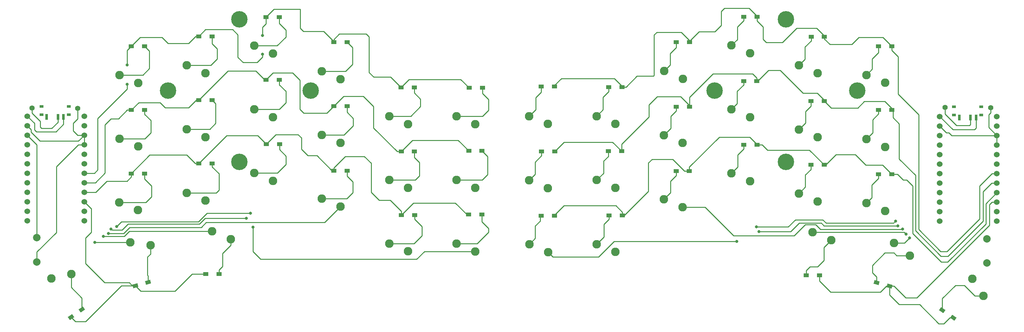
<source format=gbr>
%TF.GenerationSoftware,KiCad,Pcbnew,(6.0.5-0)*%
%TF.CreationDate,2022-06-22T19:04:36-07:00*%
%TF.ProjectId,Swept_3x6,53776570-745f-4337-9836-2e6b69636164,rev?*%
%TF.SameCoordinates,Original*%
%TF.FileFunction,Copper,L2,Bot*%
%TF.FilePolarity,Positive*%
%FSLAX46Y46*%
G04 Gerber Fmt 4.6, Leading zero omitted, Abs format (unit mm)*
G04 Created by KiCad (PCBNEW (6.0.5-0)) date 2022-06-22 19:04:36*
%MOMM*%
%LPD*%
G01*
G04 APERTURE LIST*
G04 Aperture macros list*
%AMRotRect*
0 Rectangle, with rotation*
0 The origin of the aperture is its center*
0 $1 length*
0 $2 width*
0 $3 Rotation angle, in degrees counterclockwise*
0 Add horizontal line*
21,1,$1,$2,0,0,$3*%
G04 Aperture macros list end*
%TA.AperFunction,ComponentPad*%
%ADD10C,1.524000*%
%TD*%
%TA.AperFunction,ComponentPad*%
%ADD11C,2.282000*%
%TD*%
%TA.AperFunction,ComponentPad*%
%ADD12C,2.000000*%
%TD*%
%TA.AperFunction,ComponentPad*%
%ADD13C,4.400000*%
%TD*%
%TA.AperFunction,ComponentPad*%
%ADD14C,1.397000*%
%TD*%
%TA.AperFunction,SMDPad,CuDef*%
%ADD15R,1.400000X1.000000*%
%TD*%
%TA.AperFunction,SMDPad,CuDef*%
%ADD16R,1.000000X0.800000*%
%TD*%
%TA.AperFunction,SMDPad,CuDef*%
%ADD17R,0.700000X1.500000*%
%TD*%
%TA.AperFunction,SMDPad,CuDef*%
%ADD18RotRect,1.400000X1.000000X145.000000*%
%TD*%
%TA.AperFunction,SMDPad,CuDef*%
%ADD19RotRect,1.400000X1.000000X35.000000*%
%TD*%
%TA.AperFunction,SMDPad,CuDef*%
%ADD20RotRect,1.400000X1.000000X165.000000*%
%TD*%
%TA.AperFunction,SMDPad,CuDef*%
%ADD21RotRect,1.400000X1.000000X15.000000*%
%TD*%
%TA.AperFunction,ViaPad*%
%ADD22C,0.800000*%
%TD*%
%TA.AperFunction,Conductor*%
%ADD23C,0.250000*%
%TD*%
G04 APERTURE END LIST*
D10*
%TO.P,U1,1,TX*%
%TO.N,unconnected-(U1-Pad1)*%
X277659800Y-49850000D03*
%TO.P,U1,2,RX*%
%TO.N,unconnected-(U1-Pad2)*%
X277659800Y-52390000D03*
%TO.P,U1,3,GND*%
%TO.N,gnd*%
X277659800Y-54930000D03*
%TO.P,U1,4,GND*%
X277659800Y-57470000D03*
%TO.P,U1,5,SDA*%
%TO.N,unconnected-(U1-Pad5)*%
X277659800Y-60010000D03*
%TO.P,U1,6,SCL*%
%TO.N,unconnected-(U1-Pad6)*%
X277659800Y-62550000D03*
%TO.P,U1,7,D4*%
%TO.N,row_0*%
X277659800Y-65090000D03*
%TO.P,U1,8,C6*%
%TO.N,row_1*%
X277659800Y-67630000D03*
%TO.P,U1,9,D7*%
%TO.N,row_2*%
X277659800Y-70170000D03*
%TO.P,U1,10,E6*%
%TO.N,row_3*%
X277659800Y-72710000D03*
%TO.P,U1,11,B4*%
%TO.N,unconnected-(U1-Pad11)*%
X277659800Y-75250000D03*
%TO.P,U1,12,B5*%
%TO.N,unconnected-(U1-Pad12)*%
X277659800Y-77790000D03*
%TO.P,U1,13,B6*%
%TO.N,unconnected-(U1-Pad13)*%
X262439800Y-77790000D03*
%TO.P,U1,14,B2*%
%TO.N,unconnected-(U1-Pad14)*%
X262439800Y-75250000D03*
%TO.P,U1,15,B3*%
%TO.N,col5*%
X262439800Y-72710000D03*
%TO.P,U1,16,B1*%
%TO.N,col4*%
X262439800Y-70170000D03*
%TO.P,U1,17,F7*%
%TO.N,col3*%
X262439800Y-67630000D03*
%TO.P,U1,18,F6*%
%TO.N,col2*%
X262439800Y-65090000D03*
%TO.P,U1,19,F5*%
%TO.N,col1*%
X262439800Y-62550000D03*
%TO.P,U1,20,F4*%
%TO.N,col0*%
X262439800Y-60010000D03*
%TO.P,U1,21,VCC*%
%TO.N,vcc*%
X262439800Y-57470000D03*
%TO.P,U1,22,RST*%
%TO.N,reset*%
X262439800Y-54930000D03*
%TO.P,U1,23,GND*%
%TO.N,gnd*%
X262439800Y-52390000D03*
%TO.P,U1,24,RAW*%
%TO.N,raw*%
X262439800Y-49850000D03*
%TD*%
D11*
%TO.P,SW16,1,1*%
%TO.N,col2*%
X193776600Y-74022800D03*
%TO.P,SW16,2,2*%
%TO.N,Net-(D14-Pad2)*%
X188776600Y-71922800D03*
%TD*%
%TO.P,SW20,1,1*%
%TO.N,col3*%
X228473000Y-80739400D03*
%TO.P,SW20,2,2*%
%TO.N,Net-(D18-Pad2)*%
X233473000Y-82839400D03*
%TD*%
%TO.P,SW15,1,1*%
%TO.N,col1*%
X175818800Y-86037000D03*
%TO.P,SW15,2,2*%
%TO.N,Net-(D13-Pad2)*%
X170818800Y-83937000D03*
%TD*%
%TO.P,SW21,1,1*%
%TO.N,col4*%
X250193032Y-83658238D03*
%TO.P,SW21,2,2*%
%TO.N,Net-(D19-Pad2)*%
X254479142Y-86980777D03*
%TD*%
%TO.P,SW17,1,1*%
%TO.N,col3*%
X211785200Y-67139400D03*
%TO.P,SW17,2,2*%
%TO.N,Net-(D15-Pad2)*%
X206785200Y-65039400D03*
%TD*%
%TO.P,SW18,1,1*%
%TO.N,col4*%
X229793800Y-72498800D03*
%TO.P,SW18,2,2*%
%TO.N,Net-(D16-Pad2)*%
X224793800Y-70398800D03*
%TD*%
%TO.P,SW4,1,1*%
%TO.N,col2*%
X193802000Y-39783600D03*
%TO.P,SW4,2,2*%
%TO.N,Net-(D2-Pad2)*%
X188802000Y-37683600D03*
%TD*%
%TO.P,SW3,1,1*%
%TO.N,col1*%
X175793400Y-51823200D03*
%TO.P,SW3,2,2*%
%TO.N,Net-(D1-Pad2)*%
X170793400Y-49723200D03*
%TD*%
%TO.P,SW9,1,1*%
%TO.N,col1*%
X175793400Y-68917400D03*
%TO.P,SW9,2,2*%
%TO.N,Net-(D7-Pad2)*%
X170793400Y-66817400D03*
%TD*%
%TO.P,SW14,1,1*%
%TO.N,col0*%
X157810200Y-86062400D03*
%TO.P,SW14,2,2*%
%TO.N,Net-(D12-Pad2)*%
X152810200Y-83962400D03*
%TD*%
%TO.P,SW12,1,1*%
%TO.N,col4*%
X229793800Y-55379200D03*
%TO.P,SW12,2,2*%
%TO.N,Net-(D10-Pad2)*%
X224793800Y-53279200D03*
%TD*%
%TO.P,SW11,1,1*%
%TO.N,col3*%
X211785200Y-50019800D03*
%TO.P,SW11,2,2*%
%TO.N,Net-(D9-Pad2)*%
X206785200Y-47919800D03*
%TD*%
%TO.P,SW8,1,1*%
%TO.N,col0*%
X157784800Y-68942800D03*
%TO.P,SW8,2,2*%
%TO.N,Net-(D6-Pad2)*%
X152784800Y-66842800D03*
%TD*%
%TO.P,SW6,1,1*%
%TO.N,col4*%
X229819200Y-38259600D03*
%TO.P,SW6,2,2*%
%TO.N,Net-(D4-Pad2)*%
X224819200Y-36159600D03*
%TD*%
%TO.P,SW5,1,1*%
%TO.N,col3*%
X211810600Y-32925600D03*
%TO.P,SW5,2,2*%
%TO.N,Net-(D3-Pad2)*%
X206810600Y-30825600D03*
%TD*%
%TO.P,SW2,1,1*%
%TO.N,col0*%
X157784800Y-51823200D03*
%TO.P,SW2,2,2*%
%TO.N,Net-(D0-Pad2)*%
X152784800Y-49723200D03*
%TD*%
D12*
%TO.P,RSW1,1,1*%
%TO.N,gnd*%
X275031200Y-82500400D03*
%TO.P,RSW1,2,2*%
%TO.N,reset*%
X275031200Y-89000400D03*
%TD*%
D11*
%TO.P,SW10,1,1*%
%TO.N,col2*%
X193776600Y-56903200D03*
%TO.P,SW10,2,2*%
%TO.N,Net-(D8-Pad2)*%
X188776600Y-54803200D03*
%TD*%
D13*
%TO.P,REF\u002A\u002A,1*%
%TO.N,N/C*%
X240352000Y-42936000D03*
X202252000Y-42936000D03*
X221302000Y-23886000D03*
X221302000Y-61986000D03*
%TD*%
D10*
%TO.P,U2,1,TX*%
%TO.N,unconnected-(U2-Pad1)*%
X33942000Y-49722800D03*
%TO.P,U2,2,RX*%
%TO.N,unconnected-(U2-Pad2)*%
X33942000Y-52262800D03*
%TO.P,U2,3,GND*%
%TO.N,gnd_r*%
X33942000Y-54802800D03*
%TO.P,U2,4,GND*%
X33942000Y-57342800D03*
%TO.P,U2,5,SDA*%
%TO.N,unconnected-(U2-Pad5)*%
X33942000Y-59882800D03*
%TO.P,U2,6,SCL*%
%TO.N,unconnected-(U2-Pad6)*%
X33942000Y-62422800D03*
%TO.P,U2,7,D4*%
%TO.N,row_0r*%
X33942000Y-64962800D03*
%TO.P,U2,8,C6*%
%TO.N,row_1r*%
X33942000Y-67502800D03*
%TO.P,U2,9,D7*%
%TO.N,row_2r*%
X33942000Y-70042800D03*
%TO.P,U2,10,E6*%
%TO.N,row_3r*%
X33942000Y-72582800D03*
%TO.P,U2,11,B4*%
%TO.N,unconnected-(U2-Pad11)*%
X33942000Y-75122800D03*
%TO.P,U2,12,B5*%
%TO.N,unconnected-(U2-Pad12)*%
X33942000Y-77662800D03*
%TO.P,U2,13,B6*%
%TO.N,unconnected-(U2-Pad13)*%
X18722000Y-77662800D03*
%TO.P,U2,14,B2*%
%TO.N,unconnected-(U2-Pad14)*%
X18722000Y-75122800D03*
%TO.P,U2,15,B3*%
%TO.N,col5r*%
X18722000Y-72582800D03*
%TO.P,U2,16,B1*%
%TO.N,col4r*%
X18722000Y-70042800D03*
%TO.P,U2,17,F7*%
%TO.N,col3r*%
X18722000Y-67502800D03*
%TO.P,U2,18,F6*%
%TO.N,col2r*%
X18722000Y-64962800D03*
%TO.P,U2,19,F5*%
%TO.N,col1r*%
X18722000Y-62422800D03*
%TO.P,U2,20,F4*%
%TO.N,col0r*%
X18722000Y-59882800D03*
%TO.P,U2,21,VCC*%
%TO.N,vcc_r*%
X18722000Y-57342800D03*
%TO.P,U2,22,RST*%
%TO.N,reset_r*%
X18722000Y-54802800D03*
%TO.P,U2,23,GND*%
%TO.N,gnd_r*%
X18722000Y-52262800D03*
%TO.P,U2,24,RAW*%
%TO.N,raw_r*%
X18722000Y-49722800D03*
%TD*%
D11*
%TO.P,SW17_r1,1,1*%
%TO.N,col3r*%
X84378800Y-67012400D03*
%TO.P,SW17_r1,2,2*%
%TO.N,Net-(SW17_r1-Pad2)*%
X79378800Y-64912400D03*
%TD*%
%TO.P,SW11_r1,1,1*%
%TO.N,col3r*%
X84353400Y-50019800D03*
%TO.P,SW11_r1,2,2*%
%TO.N,Net-(SW11_r1-Pad2)*%
X79353400Y-47919800D03*
%TD*%
%TO.P,SW15_r1,1,1*%
%TO.N,col1r*%
X120396000Y-85859200D03*
%TO.P,SW15_r1,2,2*%
%TO.N,Net-(Dr13-Pad2)*%
X115396000Y-83759200D03*
%TD*%
%TO.P,SW18_r1,1,1*%
%TO.N,col4r*%
X66344800Y-72321000D03*
%TO.P,SW18_r1,2,2*%
%TO.N,Net-(SW18_r1-Pad2)*%
X61344800Y-70221000D03*
%TD*%
%TO.P,SW6_r1,1,1*%
%TO.N,col4r*%
X66344800Y-38259600D03*
%TO.P,SW6_r1,2,2*%
%TO.N,Net-(Dr4-Pad2)*%
X61344800Y-36159600D03*
%TD*%
%TO.P,SW5_r1,1,1*%
%TO.N,col3r*%
X84378800Y-33001800D03*
%TO.P,SW5_r1,2,2*%
%TO.N,Net-(SW5_r1-Pad2)*%
X79378800Y-30901800D03*
%TD*%
%TO.P,SW2_r1,1,1*%
%TO.N,col0r*%
X138404600Y-51874000D03*
%TO.P,SW2_r1,2,2*%
%TO.N,Net-(Dr0-Pad2)*%
X133404600Y-49774000D03*
%TD*%
%TO.P,SW16_r1,1,1*%
%TO.N,col2r*%
X102412800Y-73895800D03*
%TO.P,SW16_r1,2,2*%
%TO.N,Net-(SW16_r1-Pad2)*%
X97412800Y-71795800D03*
%TD*%
%TO.P,SW4_r1,1,1*%
%TO.N,col2r*%
X102387400Y-39834400D03*
%TO.P,SW4_r1,2,2*%
%TO.N,Net-(Dr2-Pad2)*%
X97387400Y-37734400D03*
%TD*%
%TO.P,SW13_r1,1,1*%
%TO.N,col5r*%
X48336200Y-57843000D03*
%TO.P,SW13_r1,2,2*%
%TO.N,Net-(Dr11-Pad2)*%
X43336200Y-55743000D03*
%TD*%
%TO.P,SW12_r1,1,1*%
%TO.N,col4r*%
X66344800Y-55328400D03*
%TO.P,SW12_r1,2,2*%
%TO.N,Net-(Dr10-Pad2)*%
X61344800Y-53228400D03*
%TD*%
%TO.P,SW3_r1,1,1*%
%TO.N,col1r*%
X120396000Y-51874000D03*
%TO.P,SW3_r1,2,2*%
%TO.N,Net-(SW3_r1-Pad2)*%
X115396000Y-49774000D03*
%TD*%
%TO.P,SW8_r1,1,1*%
%TO.N,col0r*%
X138379200Y-68866600D03*
%TO.P,SW8_r1,2,2*%
%TO.N,Net-(SW8_r1-Pad2)*%
X133379200Y-66766600D03*
%TD*%
%TO.P,SW21_r1,1,1*%
%TO.N,col4r*%
X46250368Y-83455038D03*
%TO.P,SW21_r1,2,2*%
%TO.N,Net-(SW21_r1-Pad2)*%
X51623517Y-84189387D03*
%TD*%
%TO.P,SW9_r1,1,1*%
%TO.N,col1r*%
X120396000Y-68866600D03*
%TO.P,SW9_r1,2,2*%
%TO.N,Net-(SW9_r1-Pad2)*%
X115396000Y-66766600D03*
%TD*%
%TO.P,SW20_r1,1,1*%
%TO.N,col3r*%
X68072000Y-80510800D03*
%TO.P,SW20_r1,2,2*%
%TO.N,Net-(Dr18-Pad2)*%
X73072000Y-82610800D03*
%TD*%
%TO.P,SW7_r1,1,1*%
%TO.N,col5r*%
X48336200Y-40850400D03*
%TO.P,SW7_r1,2,2*%
%TO.N,Net-(Dr5-Pad2)*%
X43336200Y-38750400D03*
%TD*%
D13*
%TO.P,REF\u002A\u002A,1*%
%TO.N,N/C*%
X94407400Y-42878400D03*
X56307400Y-42878400D03*
X75357400Y-61928400D03*
X75357400Y-23828400D03*
%TD*%
D12*
%TO.P,RSW2,1,1*%
%TO.N,gnd_r*%
X21285200Y-88721000D03*
%TO.P,RSW2,2,2*%
%TO.N,reset_r*%
X21285200Y-82221000D03*
%TD*%
D11*
%TO.P,SW13,1,1*%
%TO.N,col5*%
X247827800Y-57944600D03*
%TO.P,SW13,2,2*%
%TO.N,Net-(D11-Pad2)*%
X242827800Y-55844600D03*
%TD*%
%TO.P,SW22,1,1*%
%TO.N,col5*%
X271150901Y-93211003D03*
%TO.P,SW22,2,2*%
%TO.N,Net-(D20-Pad2)*%
X274042151Y-97799104D03*
%TD*%
%TO.P,SW19,1,1*%
%TO.N,col5*%
X247827800Y-75064200D03*
%TO.P,SW19,2,2*%
%TO.N,Net-(D17-Pad2)*%
X242827800Y-72964200D03*
%TD*%
%TO.P,SW19_r1,1,1*%
%TO.N,col5r*%
X48310800Y-74861000D03*
%TO.P,SW19_r1,2,2*%
%TO.N,Net-(Dr17-Pad2)*%
X43310800Y-72761000D03*
%TD*%
D14*
%TO.P,+,1,1*%
%TO.N,BT+*%
X263855200Y-47396400D03*
%TD*%
D11*
%TO.P,SW10_r1,1,1*%
%TO.N,col2r*%
X102387400Y-56877800D03*
%TO.P,SW10_r1,2,2*%
%TO.N,Net-(SW10_r1-Pad2)*%
X97387400Y-54777800D03*
%TD*%
%TO.P,SW22_r1,1,1*%
%TO.N,col5r*%
X25200435Y-93078933D03*
%TO.P,SW22_r1,2,2*%
%TO.N,Net-(Dr20-Pad2)*%
X30500706Y-91931270D03*
%TD*%
D14*
%TO.P,-,1,1*%
%TO.N,gnd*%
X275996400Y-47447200D03*
%TD*%
%TO.P,+,1,1*%
%TO.N,BT+_r*%
X20040600Y-47574200D03*
%TD*%
D11*
%TO.P,SW14_r1,1,1*%
%TO.N,col0r*%
X138379200Y-85884600D03*
%TO.P,SW14_r1,2,2*%
%TO.N,Net-(Dr12-Pad2)*%
X133379200Y-83784600D03*
%TD*%
%TO.P,SW7,1,1*%
%TO.N,col5*%
X247827800Y-40825000D03*
%TO.P,SW7,2,2*%
%TO.N,Net-(D5-Pad2)*%
X242827800Y-38725000D03*
%TD*%
D14*
%TO.P,-,1,1*%
%TO.N,gnd_r*%
X32207200Y-47625000D03*
%TD*%
D15*
%TO.P,D7,1,K*%
%TO.N,row_1*%
X177441400Y-59105800D03*
%TO.P,D7,2,A*%
%TO.N,Net-(D7-Pad2)*%
X173891400Y-59105800D03*
%TD*%
%TO.P,D18,1,K*%
%TO.N,row_3*%
X230298800Y-92303600D03*
%TO.P,D18,2,A*%
%TO.N,Net-(D18-Pad2)*%
X226748800Y-92303600D03*
%TD*%
%TO.P,Dr16,1,K*%
%TO.N,row_2r*%
X64544400Y-62382400D03*
%TO.P,Dr16,2,A*%
%TO.N,Net-(SW18_r1-Pad2)*%
X68094400Y-62382400D03*
%TD*%
%TO.P,Dr6,1,K*%
%TO.N,row_1r*%
X136629600Y-59029600D03*
%TO.P,Dr6,2,A*%
%TO.N,Net-(SW8_r1-Pad2)*%
X140179600Y-59029600D03*
%TD*%
%TO.P,Dr15,1,K*%
%TO.N,row_2r*%
X82553000Y-57251600D03*
%TO.P,Dr15,2,A*%
%TO.N,Net-(SW17_r1-Pad2)*%
X86103000Y-57251600D03*
%TD*%
%TO.P,Dr3,1,K*%
%TO.N,row_0r*%
X82476800Y-23266400D03*
%TO.P,Dr3,2,A*%
%TO.N,Net-(SW5_r1-Pad2)*%
X86026800Y-23266400D03*
%TD*%
%TO.P,Dr18,1,K*%
%TO.N,row_3r*%
X66398600Y-91948000D03*
%TO.P,Dr18,2,A*%
%TO.N,Net-(Dr18-Pad2)*%
X69948600Y-91948000D03*
%TD*%
%TO.P,Dr9,1,K*%
%TO.N,row_1r*%
X82476800Y-40030400D03*
%TO.P,Dr9,2,A*%
%TO.N,Net-(SW11_r1-Pad2)*%
X86026800Y-40030400D03*
%TD*%
%TO.P,D11,1,K*%
%TO.N,row_1*%
X249628200Y-48107600D03*
%TO.P,D11,2,A*%
%TO.N,Net-(D11-Pad2)*%
X246078200Y-48107600D03*
%TD*%
%TO.P,D17,1,K*%
%TO.N,row_2*%
X249628200Y-65227200D03*
%TO.P,D17,2,A*%
%TO.N,Net-(D17-Pad2)*%
X246078200Y-65227200D03*
%TD*%
%TO.P,D15,1,K*%
%TO.N,row_2*%
X213661800Y-57378600D03*
%TO.P,D15,2,A*%
%TO.N,Net-(D15-Pad2)*%
X210111800Y-57378600D03*
%TD*%
%TO.P,D2,1,K*%
%TO.N,row_0*%
X195602400Y-29972000D03*
%TO.P,D2,2,A*%
%TO.N,Net-(D2-Pad2)*%
X192052400Y-29972000D03*
%TD*%
%TO.P,Dr4,1,K*%
%TO.N,row_0r*%
X64544400Y-28397200D03*
%TO.P,Dr4,2,A*%
%TO.N,Net-(Dr4-Pad2)*%
X68094400Y-28397200D03*
%TD*%
%TO.P,D13,1,K*%
%TO.N,row_2*%
X177670000Y-76301600D03*
%TO.P,D13,2,A*%
%TO.N,Net-(D13-Pad2)*%
X174120000Y-76301600D03*
%TD*%
%TO.P,Dr10,1,K*%
%TO.N,row_1r*%
X64544400Y-45440600D03*
%TO.P,Dr10,2,A*%
%TO.N,Net-(Dr10-Pad2)*%
X68094400Y-45440600D03*
%TD*%
D16*
%TO.P,SW_POWER1,*%
%TO.N,*%
X273525000Y-47228800D03*
X266225000Y-49438800D03*
X273525000Y-49438800D03*
X266225000Y-47228800D03*
D17*
%TO.P,SW_POWER1,1,A*%
%TO.N,unconnected-(SW_POWER1-Pad1)*%
X267625000Y-50088800D03*
%TO.P,SW_POWER1,2,B*%
%TO.N,BT+*%
X270625000Y-50088800D03*
%TO.P,SW_POWER1,3,C*%
%TO.N,raw*%
X272125000Y-50088800D03*
%TD*%
D15*
%TO.P,D6,1,K*%
%TO.N,row_1*%
X159610600Y-59131200D03*
%TO.P,D6,2,A*%
%TO.N,Net-(D6-Pad2)*%
X156060600Y-59131200D03*
%TD*%
%TO.P,D3,1,K*%
%TO.N,row_0*%
X213636400Y-23164800D03*
%TO.P,D3,2,A*%
%TO.N,Net-(D3-Pad2)*%
X210086400Y-23164800D03*
%TD*%
%TO.P,Dr11,1,K*%
%TO.N,row_1r*%
X46510400Y-48107600D03*
%TO.P,Dr11,2,A*%
%TO.N,Net-(Dr11-Pad2)*%
X50060400Y-48107600D03*
%TD*%
%TO.P,Dr2,1,K*%
%TO.N,row_0r*%
X100587000Y-29972000D03*
%TO.P,Dr2,2,A*%
%TO.N,Net-(Dr2-Pad2)*%
X104137000Y-29972000D03*
%TD*%
D18*
%TO.P,D20,1,K*%
%TO.N,row_3*%
X266020395Y-103583298D03*
%TO.P,D20,2,A*%
%TO.N,Net-(D20-Pad2)*%
X263112405Y-101547102D03*
%TD*%
D15*
%TO.P,D16,1,K*%
%TO.N,row_2*%
X231543400Y-62738000D03*
%TO.P,D16,2,A*%
%TO.N,Net-(D16-Pad2)*%
X227993400Y-62738000D03*
%TD*%
%TO.P,Dr0,1,K*%
%TO.N,row_0r*%
X136731200Y-42138600D03*
%TO.P,Dr0,2,A*%
%TO.N,Net-(Dr0-Pad2)*%
X140281200Y-42138600D03*
%TD*%
D19*
%TO.P,Dr20,1,K*%
%TO.N,row_3r*%
X30423005Y-103456298D03*
%TO.P,Dr20,2,A*%
%TO.N,Net-(Dr20-Pad2)*%
X33330995Y-101420102D03*
%TD*%
D15*
%TO.P,Dr7,1,K*%
%TO.N,row_1r*%
X118595600Y-59182000D03*
%TO.P,Dr7,2,A*%
%TO.N,Net-(SW9_r1-Pad2)*%
X122145600Y-59182000D03*
%TD*%
%TO.P,Dr5,1,K*%
%TO.N,row_0r*%
X46510400Y-31064200D03*
%TO.P,Dr5,2,A*%
%TO.N,Net-(Dr5-Pad2)*%
X50060400Y-31064200D03*
%TD*%
%TO.P,Dr12,1,K*%
%TO.N,row_2r*%
X136578800Y-76047600D03*
%TO.P,Dr12,2,A*%
%TO.N,Net-(Dr12-Pad2)*%
X140128800Y-76047600D03*
%TD*%
D20*
%TO.P,D19,1,K*%
%TO.N,row_3*%
X249008918Y-95150604D03*
%TO.P,D19,2,A*%
%TO.N,Net-(D19-Pad2)*%
X245579882Y-94231796D03*
%TD*%
D15*
%TO.P,Dr1,1,K*%
%TO.N,row_0r*%
X118519400Y-42087800D03*
%TO.P,Dr1,2,A*%
%TO.N,Net-(SW3_r1-Pad2)*%
X122069400Y-42087800D03*
%TD*%
D16*
%TO.P,SW_POWERR1,*%
%TO.N,*%
X22512000Y-47101800D03*
X29812000Y-47101800D03*
X22512000Y-49311800D03*
X29812000Y-49311800D03*
D17*
%TO.P,SW_POWERR1,1,A*%
%TO.N,unconnected-(SW_POWERR1-Pad1)*%
X23912000Y-49961800D03*
%TO.P,SW_POWERR1,2,B*%
%TO.N,BT+_r*%
X26912000Y-49961800D03*
%TO.P,SW_POWERR1,3,C*%
%TO.N,raw_r*%
X28412000Y-49961800D03*
%TD*%
D15*
%TO.P,Dr14,1,K*%
%TO.N,row_2r*%
X100587000Y-64287400D03*
%TO.P,Dr14,2,A*%
%TO.N,Net-(SW16_r1-Pad2)*%
X104137000Y-64287400D03*
%TD*%
%TO.P,D10,1,K*%
%TO.N,row_1*%
X231568800Y-45669200D03*
%TO.P,D10,2,A*%
%TO.N,Net-(D10-Pad2)*%
X228018800Y-45669200D03*
%TD*%
%TO.P,D9,1,K*%
%TO.N,row_1*%
X213585600Y-40335200D03*
%TO.P,D9,2,A*%
%TO.N,Net-(D9-Pad2)*%
X210035600Y-40335200D03*
%TD*%
%TO.P,Dr13,1,K*%
%TO.N,row_2r*%
X118646400Y-76174600D03*
%TO.P,Dr13,2,A*%
%TO.N,Net-(Dr13-Pad2)*%
X122196400Y-76174600D03*
%TD*%
%TO.P,D12,1,K*%
%TO.N,row_2*%
X159559800Y-76377800D03*
%TO.P,D12,2,A*%
%TO.N,Net-(D12-Pad2)*%
X156009800Y-76377800D03*
%TD*%
%TO.P,D4,1,K*%
%TO.N,row_0*%
X231619600Y-28549600D03*
%TO.P,D4,2,A*%
%TO.N,Net-(D4-Pad2)*%
X228069600Y-28549600D03*
%TD*%
%TO.P,D0,1,K*%
%TO.N,row_0*%
X159559800Y-41783000D03*
%TO.P,D0,2,A*%
%TO.N,Net-(D0-Pad2)*%
X156009800Y-41783000D03*
%TD*%
%TO.P,D14,1,K*%
%TO.N,row_2*%
X195551600Y-64414400D03*
%TO.P,D14,2,A*%
%TO.N,Net-(D14-Pad2)*%
X192001600Y-64414400D03*
%TD*%
%TO.P,Dr8,1,K*%
%TO.N,row_1r*%
X100587000Y-47040800D03*
%TO.P,Dr8,2,A*%
%TO.N,Net-(SW10_r1-Pad2)*%
X104137000Y-47040800D03*
%TD*%
D21*
%TO.P,Dr19,1,K*%
%TO.N,row_3r*%
X47586882Y-95049004D03*
%TO.P,Dr19,2,A*%
%TO.N,Net-(SW21_r1-Pad2)*%
X51015918Y-94130196D03*
%TD*%
D15*
%TO.P,D5,1,K*%
%TO.N,row_0*%
X249628200Y-31064200D03*
%TO.P,D5,2,A*%
%TO.N,Net-(D5-Pad2)*%
X246078200Y-31064200D03*
%TD*%
%TO.P,Dr17,1,K*%
%TO.N,row_2r*%
X46510400Y-65049400D03*
%TO.P,Dr17,2,A*%
%TO.N,Net-(Dr17-Pad2)*%
X50060400Y-65049400D03*
%TD*%
%TO.P,D1,1,K*%
%TO.N,row_0*%
X177593800Y-41960800D03*
%TO.P,D1,2,A*%
%TO.N,Net-(D1-Pad2)*%
X174043800Y-41960800D03*
%TD*%
%TO.P,D8,1,K*%
%TO.N,row_1*%
X195602400Y-47193200D03*
%TO.P,D8,2,A*%
%TO.N,Net-(D8-Pad2)*%
X192052400Y-47193200D03*
%TD*%
D22*
%TO.N,col0*%
X208178400Y-83185000D03*
X250596400Y-77749400D03*
X213436200Y-79349600D03*
%TO.N,col1*%
X251231400Y-79070200D03*
X214172800Y-80568800D03*
%TO.N,col2*%
X252526800Y-79933800D03*
%TO.N,col3*%
X253390400Y-81254600D03*
%TO.N,col4*%
X254381000Y-82296000D03*
%TO.N,row_0r*%
X81534000Y-33172400D03*
X81534000Y-28168600D03*
X45389800Y-36042600D03*
X45389800Y-41173400D03*
%TO.N,col0r*%
X79044800Y-79425800D03*
X78308200Y-75641200D03*
X42595800Y-79222600D03*
%TO.N,col1r*%
X77241400Y-77038200D03*
X41122600Y-79883000D03*
%TO.N,col2r*%
X40411400Y-81051400D03*
%TO.N,col3r*%
X39039800Y-81889600D03*
%TO.N,col4r*%
X36779200Y-83464400D03*
%TD*%
D23*
%TO.N,BT+*%
X270357600Y-52197000D02*
X270625000Y-51929600D01*
X270625000Y-51929600D02*
X270625000Y-50088800D01*
X263855200Y-49199800D02*
X266852400Y-52197000D01*
X263855200Y-47396400D02*
X263855200Y-49199800D01*
X266852400Y-52197000D02*
X270357600Y-52197000D01*
%TO.N,gnd*%
X275996400Y-47447200D02*
X275996400Y-48793400D01*
X275488400Y-49301400D02*
X275488400Y-52758600D01*
X275996400Y-48793400D02*
X275488400Y-49301400D01*
X265597600Y-54930000D02*
X277659800Y-54930000D01*
X262439800Y-52390000D02*
X264202600Y-54152800D01*
X264202600Y-54152800D02*
X264820400Y-54152800D01*
X277659800Y-54930000D02*
X277659800Y-57470000D01*
X275488400Y-52758600D02*
X277659800Y-54930000D01*
X264820400Y-54152800D02*
X265597600Y-54930000D01*
%TO.N,raw*%
X272135600Y-52933600D02*
X272125000Y-52923000D01*
X262439800Y-49850000D02*
X265929800Y-53340000D01*
X272125000Y-52923000D02*
X272125000Y-50088800D01*
X271729200Y-53340000D02*
X272135600Y-52933600D01*
X265929800Y-53340000D02*
X271729200Y-53340000D01*
%TO.N,BT+_r*%
X20040600Y-48945800D02*
X22199600Y-51104800D01*
X22199600Y-52679600D02*
X22529800Y-53009800D01*
X25247600Y-53009800D02*
X26912000Y-51345400D01*
X22529800Y-53009800D02*
X25247600Y-53009800D01*
X22199600Y-51104800D02*
X22199600Y-52679600D01*
X26912000Y-51345400D02*
X26912000Y-49961800D01*
X20040600Y-47574200D02*
X20040600Y-48945800D01*
%TO.N,reset_r*%
X21285200Y-57366000D02*
X18722000Y-54802800D01*
X21285200Y-82221000D02*
X21285200Y-57366000D01*
%TO.N,gnd_r*%
X32207200Y-47625000D02*
X32207200Y-50419000D01*
X21285200Y-86004400D02*
X26492200Y-80797400D01*
X26492200Y-80797400D02*
X26492200Y-63246000D01*
X32207200Y-54838600D02*
X32243000Y-54802800D01*
X30988000Y-51638200D02*
X30988000Y-53619400D01*
X26492200Y-63246000D02*
X32395400Y-57342800D01*
X33942000Y-54802800D02*
X33942000Y-57342800D01*
X19735800Y-53276600D02*
X19735800Y-54000400D01*
X32382200Y-56362600D02*
X33942000Y-54802800D01*
X32207200Y-50419000D02*
X30988000Y-51638200D01*
X30988000Y-53619400D02*
X32207200Y-54838600D01*
X22098000Y-56362600D02*
X32382200Y-56362600D01*
X21285200Y-88721000D02*
X21285200Y-86004400D01*
X18722000Y-52262800D02*
X19735800Y-53276600D01*
X32395400Y-57342800D02*
X33942000Y-57342800D01*
X19735800Y-54000400D02*
X22098000Y-56362600D01*
X32243000Y-54802800D02*
X33942000Y-54802800D01*
%TO.N,row_0*%
X161391600Y-39674800D02*
X175514000Y-39674800D01*
X215239600Y-29159200D02*
X216077800Y-29997400D01*
X195602400Y-29972000D02*
X195602400Y-29721000D01*
X186156600Y-38811200D02*
X186156600Y-28041600D01*
X213636400Y-23034800D02*
X213636400Y-23164800D01*
X186156600Y-28041600D02*
X186893200Y-27305000D01*
X185953400Y-39014400D02*
X186156600Y-38811200D01*
X216077800Y-29997400D02*
X220421200Y-29997400D01*
X262686800Y-85877400D02*
X264363200Y-85877400D01*
X273050000Y-68427600D02*
X276387600Y-65090000D01*
X159559800Y-41783000D02*
X159559800Y-41506600D01*
X256794000Y-49377600D02*
X256794000Y-79984600D01*
X249628200Y-32178800D02*
X251282200Y-33832800D01*
X195602400Y-29537200D02*
X195602400Y-29972000D01*
X233070400Y-30581600D02*
X238912400Y-30581600D01*
X215239600Y-25908000D02*
X215239600Y-29159200D01*
X229590600Y-26187400D02*
X231619600Y-28216400D01*
X159559800Y-41506600D02*
X161391600Y-39674800D01*
X204063600Y-25501600D02*
X204063600Y-21767800D01*
X177593800Y-41960800D02*
X178638200Y-41960800D01*
X204952600Y-20878800D02*
X211480400Y-20878800D01*
X211480400Y-20878800D02*
X213636400Y-23034800D01*
X251282200Y-33832800D02*
X251282200Y-43865800D01*
X231619600Y-29130800D02*
X233070400Y-30581600D01*
X181584600Y-39014400D02*
X185953400Y-39014400D01*
X240842800Y-28651200D02*
X247215200Y-28651200D01*
X195602400Y-29721000D02*
X198170800Y-27152600D01*
X264363200Y-85877400D02*
X273050000Y-77190600D01*
X220421200Y-29997400D02*
X224231200Y-26187400D01*
X193370200Y-27305000D02*
X195602400Y-29537200D01*
X177593800Y-41754600D02*
X177593800Y-41960800D01*
X251282200Y-43865800D02*
X256794000Y-49377600D01*
X213636400Y-23164800D02*
X213636400Y-24304800D01*
X178638200Y-41960800D02*
X181584600Y-39014400D01*
X276387600Y-65090000D02*
X277659800Y-65090000D01*
X247215200Y-28651200D02*
X249628200Y-31064200D01*
X249628200Y-31064200D02*
X249628200Y-32178800D01*
X198170800Y-27152600D02*
X202412600Y-27152600D01*
X224231200Y-26187400D02*
X229590600Y-26187400D01*
X231619600Y-28549600D02*
X231619600Y-29130800D01*
X204063600Y-21767800D02*
X204952600Y-20878800D01*
X186893200Y-27305000D02*
X193370200Y-27305000D01*
X238912400Y-30581600D02*
X240842800Y-28651200D01*
X273050000Y-77190600D02*
X273050000Y-68427600D01*
X202412600Y-27152600D02*
X204063600Y-25501600D01*
X175514000Y-39674800D02*
X177593800Y-41754600D01*
X256794000Y-79984600D02*
X262686800Y-85877400D01*
X231619600Y-28216400D02*
X231619600Y-28549600D01*
X213636400Y-24304800D02*
X215239600Y-25908000D01*
%TO.N,Net-(D0-Pad2)*%
X154508200Y-47999800D02*
X152784800Y-49723200D01*
X154508200Y-44805600D02*
X154508200Y-47999800D01*
X156009800Y-41783000D02*
X156009800Y-43304000D01*
X156009800Y-43304000D02*
X154508200Y-44805600D01*
%TO.N,Net-(D2-Pad2)*%
X192052400Y-31391400D02*
X190474600Y-32969200D01*
X192052400Y-29972000D02*
X192052400Y-31391400D01*
X190474600Y-32969200D02*
X190474600Y-36011000D01*
X190474600Y-36011000D02*
X188802000Y-37683600D01*
%TO.N,row_1*%
X213585600Y-40335200D02*
X213842600Y-40335200D01*
X159639000Y-59131200D02*
X162102800Y-56667400D01*
X212471000Y-38404800D02*
X213585600Y-39519400D01*
X195602400Y-44656200D02*
X201853800Y-38404800D01*
X231568800Y-45669200D02*
X233423000Y-47523400D01*
X184785000Y-49911000D02*
X184785000Y-46710600D01*
X162102800Y-56667400D02*
X175003000Y-56667400D01*
X264642600Y-87172800D02*
X274040600Y-77774800D01*
X201853800Y-38404800D02*
X212471000Y-38404800D01*
X216687400Y-37490400D02*
X219837000Y-37490400D01*
X195602400Y-46860000D02*
X195602400Y-47193200D01*
X229743000Y-43586400D02*
X231568800Y-45412200D01*
X213585600Y-39519400D02*
X213585600Y-40335200D01*
X159610600Y-59131200D02*
X159639000Y-59131200D01*
X186969400Y-44526200D02*
X193268600Y-44526200D01*
X255930400Y-80340200D02*
X262763000Y-87172800D01*
X233423000Y-47523400D02*
X240538000Y-47523400D01*
X249916821Y-48396221D02*
X249916821Y-50120421D01*
X255930400Y-65532000D02*
X255930400Y-80340200D01*
X249916821Y-50120421D02*
X251587000Y-51790600D01*
X247777000Y-45770800D02*
X249628200Y-47622000D01*
X251587000Y-51790600D02*
X251587000Y-61188600D01*
X249628200Y-48107600D02*
X249916821Y-48396221D01*
X274040600Y-77774800D02*
X274040600Y-69900800D01*
X177441400Y-57254600D02*
X184785000Y-49911000D01*
X231568800Y-45412200D02*
X231568800Y-45669200D01*
X195602400Y-47193200D02*
X195602400Y-44656200D01*
X219837000Y-37490400D02*
X225933000Y-43586400D01*
X274040600Y-69900800D02*
X276311400Y-67630000D01*
X225933000Y-43586400D02*
X229743000Y-43586400D01*
X242290600Y-45770800D02*
X247777000Y-45770800D01*
X240538000Y-47523400D02*
X242290600Y-45770800D01*
X184785000Y-46710600D02*
X186969400Y-44526200D01*
X249628200Y-47622000D02*
X249628200Y-48107600D01*
X175003000Y-56667400D02*
X177441400Y-59105800D01*
X213842600Y-40335200D02*
X216687400Y-37490400D01*
X262763000Y-87172800D02*
X264642600Y-87172800D01*
X276311400Y-67630000D02*
X277659800Y-67630000D01*
X177441400Y-59105800D02*
X177441400Y-57254600D01*
X251587000Y-61188600D02*
X255930400Y-65532000D01*
X193268600Y-44526200D02*
X195602400Y-46860000D01*
%TO.N,Net-(D6-Pad2)*%
X154330400Y-62026800D02*
X154330400Y-65297200D01*
X156060600Y-59131200D02*
X156060600Y-60296600D01*
X154330400Y-65297200D02*
X152784800Y-66842800D01*
X156060600Y-60296600D02*
X154330400Y-62026800D01*
%TO.N,Net-(D7-Pad2)*%
X172643800Y-64967000D02*
X170793400Y-66817400D01*
X173891400Y-60474400D02*
X172643800Y-61722000D01*
X172643800Y-61722000D02*
X172643800Y-64967000D01*
X173891400Y-59105800D02*
X173891400Y-60474400D01*
%TO.N,Net-(D8-Pad2)*%
X192052400Y-48282400D02*
X190601600Y-49733200D01*
X190601600Y-49733200D02*
X190601600Y-52978200D01*
X190601600Y-52978200D02*
X188776600Y-54803200D01*
X192052400Y-47193200D02*
X192052400Y-48282400D01*
%TO.N,row_2*%
X177670000Y-75384200D02*
X177670000Y-76301600D01*
X203581000Y-55321200D02*
X211709000Y-55321200D01*
X231978200Y-62738000D02*
X234721400Y-59994800D01*
X195551600Y-63350600D02*
X203581000Y-55321200D01*
X255193800Y-81076800D02*
X262813800Y-88696800D01*
X162077400Y-73634600D02*
X175920400Y-73634600D01*
X249628200Y-65227200D02*
X251123808Y-65227200D01*
X178130200Y-76301600D02*
X184581800Y-69850000D01*
X274726400Y-73103400D02*
X277659800Y-70170000D01*
X252673208Y-66776600D02*
X253593600Y-66776600D01*
X213661800Y-57378600D02*
X214960200Y-57378600D01*
X185572400Y-61239400D02*
X191084200Y-61239400D01*
X177670000Y-76301600D02*
X178130200Y-76301600D01*
X184581800Y-69850000D02*
X184581800Y-62230000D01*
X234721400Y-59994800D02*
X239903000Y-59994800D01*
X191084200Y-61239400D02*
X194259200Y-64414400D01*
X239903000Y-59994800D02*
X242697000Y-62788800D01*
X231543400Y-62738000D02*
X231978200Y-62738000D01*
X227631800Y-58826400D02*
X231543400Y-62738000D01*
X213661800Y-57274000D02*
X213661800Y-57378600D01*
X242697000Y-62788800D02*
X247189800Y-62788800D01*
X251123808Y-65227200D02*
X252673208Y-66776600D01*
X247189800Y-62788800D02*
X249628200Y-65227200D01*
X159559800Y-76377800D02*
X159559800Y-76152200D01*
X274726400Y-78511400D02*
X274726400Y-73103400D01*
X159559800Y-76152200D02*
X162077400Y-73634600D01*
X253593600Y-66776600D02*
X255193800Y-68376800D01*
X214960200Y-57378600D02*
X216408000Y-58826400D01*
X184581800Y-62230000D02*
X185572400Y-61239400D01*
X195551600Y-64414400D02*
X195551600Y-63350600D01*
X175920400Y-73634600D02*
X177670000Y-75384200D01*
X216408000Y-58826400D02*
X227631800Y-58826400D01*
X194259200Y-64414400D02*
X195551600Y-64414400D01*
X211709000Y-55321200D02*
X213661800Y-57274000D01*
X264541000Y-88696800D02*
X274726400Y-78511400D01*
X255193800Y-68376800D02*
X255193800Y-81076800D01*
X262813800Y-88696800D02*
X264541000Y-88696800D01*
%TO.N,Net-(D12-Pad2)*%
X155721179Y-76666421D02*
X155721179Y-77755621D01*
X154406600Y-82366000D02*
X152810200Y-83962400D01*
X156009800Y-76377800D02*
X155721179Y-76666421D01*
X154406600Y-79070200D02*
X154406600Y-82366000D01*
X155721179Y-77755621D02*
X154406600Y-79070200D01*
%TO.N,Net-(D13-Pad2)*%
X172720000Y-78638400D02*
X172720000Y-82035800D01*
X174120000Y-76301600D02*
X174120000Y-77238400D01*
X172720000Y-82035800D02*
X170818800Y-83937000D01*
X174120000Y-77238400D02*
X172720000Y-78638400D01*
%TO.N,Net-(D14-Pad2)*%
X192001600Y-64414400D02*
X192001600Y-65630600D01*
X190550800Y-67081400D02*
X190550800Y-70148600D01*
X192001600Y-65630600D02*
X190550800Y-67081400D01*
X190550800Y-70148600D02*
X188776600Y-71922800D01*
%TO.N,Net-(D15-Pad2)*%
X208483200Y-63341400D02*
X206785200Y-65039400D01*
X210111800Y-57378600D02*
X210111800Y-58467800D01*
X208483200Y-60096400D02*
X208483200Y-63341400D01*
X210111800Y-58467800D02*
X208483200Y-60096400D01*
%TO.N,row_3*%
X276387600Y-72710000D02*
X277659800Y-72710000D01*
X265072302Y-103583298D02*
X266020395Y-103583298D01*
X230298800Y-93773800D02*
X233248200Y-96723200D01*
X250243004Y-95150604D02*
X253365000Y-98272600D01*
X256286000Y-98272600D02*
X275691600Y-78867000D01*
X262178800Y-105181400D02*
X263474200Y-105181400D01*
X275691600Y-78867000D02*
X275691600Y-73406000D01*
X253365000Y-98272600D02*
X256286000Y-98272600D01*
X251561600Y-100076000D02*
X257073400Y-100076000D01*
X233248200Y-96723200D02*
X246583200Y-96723200D01*
X246583200Y-96723200D02*
X248155796Y-95150604D01*
X275691600Y-73406000D02*
X276387600Y-72710000D01*
X249008918Y-95150604D02*
X249008918Y-97523318D01*
X257073400Y-100076000D02*
X262178800Y-105181400D01*
X249008918Y-97523318D02*
X251561600Y-100076000D01*
X249008918Y-95150604D02*
X250243004Y-95150604D01*
X263474200Y-105181400D02*
X265072302Y-103583298D01*
X248155796Y-95150604D02*
X249008918Y-95150604D01*
X230298800Y-92303600D02*
X230298800Y-93773800D01*
%TO.N,Net-(D19-Pad2)*%
X247751600Y-86283800D02*
X250215400Y-86283800D01*
X244424200Y-91567000D02*
X244424200Y-89611200D01*
X244424200Y-89611200D02*
X247751600Y-86283800D01*
X245579882Y-92722682D02*
X244424200Y-91567000D01*
X245579882Y-94231796D02*
X245579882Y-92722682D01*
X250912377Y-86980777D02*
X254479142Y-86980777D01*
X250215400Y-86283800D02*
X250912377Y-86980777D01*
%TO.N,Net-(D20-Pad2)*%
X263112405Y-101547102D02*
X263112405Y-98456595D01*
X271814504Y-97799104D02*
X274042151Y-97799104D01*
X268986000Y-94970600D02*
X271814504Y-97799104D01*
X266598400Y-94970600D02*
X268986000Y-94970600D01*
X263112405Y-98456595D02*
X266598400Y-94970600D01*
%TO.N,col0*%
X157810200Y-86062400D02*
X159073000Y-87325200D01*
X221919800Y-79349600D02*
X223850200Y-77419200D01*
X159073000Y-87325200D02*
X170916600Y-87325200D01*
X213436200Y-79349600D02*
X221919800Y-79349600D01*
X232105200Y-78333600D02*
X250012200Y-78333600D01*
X250012200Y-78333600D02*
X250596400Y-77749400D01*
X171323000Y-87325200D02*
X175463200Y-83185000D01*
X170916600Y-87325200D02*
X171323000Y-87325200D01*
X223850200Y-77419200D02*
X231190800Y-77419200D01*
X231190800Y-77419200D02*
X232105200Y-78333600D01*
X175463200Y-83185000D02*
X208178400Y-83185000D01*
%TO.N,col1*%
X222631000Y-80568800D02*
X222681800Y-80518000D01*
X224934720Y-78265080D02*
X230715880Y-78265080D01*
X230715880Y-78265080D02*
X230784400Y-78333600D01*
X214172800Y-80568800D02*
X222631000Y-80568800D01*
X231521000Y-79070200D02*
X251231400Y-79070200D01*
X222681800Y-80518000D02*
X224934720Y-78265080D01*
X230784400Y-78333600D02*
X231521000Y-79070200D01*
%TO.N,col2*%
X199727400Y-74022800D02*
X207365600Y-81661000D01*
X252450600Y-80010000D02*
X252526800Y-79933800D01*
X230581200Y-80010000D02*
X252450600Y-80010000D01*
X229285800Y-78714600D02*
X230581200Y-80010000D01*
X226466400Y-78714600D02*
X229285800Y-78714600D01*
X193776600Y-74022800D02*
X199727400Y-74022800D01*
X223520000Y-81661000D02*
X226466400Y-78714600D01*
X207365600Y-81661000D02*
X223520000Y-81661000D01*
%TO.N,col3*%
X228473000Y-80739400D02*
X252875200Y-80739400D01*
X252875200Y-80739400D02*
X253390400Y-81254600D01*
%TO.N,col4*%
X250193032Y-83658238D02*
X253018762Y-83658238D01*
X253018762Y-83658238D02*
X254381000Y-82296000D01*
%TO.N,Net-(D1-Pad2)*%
X172516800Y-47999800D02*
X170793400Y-49723200D01*
X174043800Y-41960800D02*
X174043800Y-43151600D01*
X174043800Y-43151600D02*
X172516800Y-44678600D01*
X172516800Y-44678600D02*
X172516800Y-47999800D01*
%TO.N,Net-(D3-Pad2)*%
X210086400Y-23164800D02*
X210086400Y-24203200D01*
X208381600Y-29254600D02*
X206810600Y-30825600D01*
X208381600Y-25908000D02*
X208381600Y-29254600D01*
X210086400Y-24203200D02*
X208381600Y-25908000D01*
%TO.N,Net-(D4-Pad2)*%
X226441000Y-34537800D02*
X224819200Y-36159600D01*
X228069600Y-29613400D02*
X226441000Y-31242000D01*
X226441000Y-31242000D02*
X226441000Y-34537800D01*
X228069600Y-28549600D02*
X228069600Y-29613400D01*
%TO.N,Net-(D5-Pad2)*%
X246078200Y-32737600D02*
X244373400Y-34442400D01*
X244373400Y-37179400D02*
X242827800Y-38725000D01*
X246078200Y-31064200D02*
X246078200Y-32737600D01*
X244373400Y-34442400D02*
X244373400Y-37179400D01*
%TO.N,Net-(D9-Pad2)*%
X210035600Y-41348200D02*
X208330800Y-43053000D01*
X210035600Y-40335200D02*
X210035600Y-41348200D01*
X208330800Y-46374200D02*
X206785200Y-47919800D01*
X208330800Y-43053000D02*
X208330800Y-46374200D01*
%TO.N,Net-(D10-Pad2)*%
X226568000Y-51505000D02*
X224793800Y-53279200D01*
X226568000Y-48463200D02*
X226568000Y-51505000D01*
X228018800Y-47012400D02*
X226568000Y-48463200D01*
X228018800Y-45669200D02*
X228018800Y-47012400D01*
%TO.N,Net-(D11-Pad2)*%
X246078200Y-49120600D02*
X244500400Y-50698400D01*
X246078200Y-48107600D02*
X246078200Y-49120600D01*
X244500400Y-54172000D02*
X242827800Y-55844600D01*
X244500400Y-50698400D02*
X244500400Y-54172000D01*
%TO.N,Net-(D16-Pad2)*%
X226517200Y-65430400D02*
X226517200Y-68675400D01*
X226517200Y-68675400D02*
X224793800Y-70398800D01*
X227993400Y-63954200D02*
X226517200Y-65430400D01*
X227993400Y-62738000D02*
X227993400Y-63954200D01*
%TO.N,Net-(D17-Pad2)*%
X244246400Y-68148200D02*
X244246400Y-71545600D01*
X244246400Y-71545600D02*
X242827800Y-72964200D01*
X246078200Y-66316400D02*
X244246400Y-68148200D01*
X246078200Y-65227200D02*
X246078200Y-66316400D01*
%TO.N,Net-(D18-Pad2)*%
X227787200Y-89992200D02*
X229768400Y-89992200D01*
X231470200Y-84842200D02*
X233473000Y-82839400D01*
X229768400Y-89992200D02*
X231470200Y-88290400D01*
X226748800Y-91030600D02*
X227787200Y-89992200D01*
X231470200Y-88290400D02*
X231470200Y-84842200D01*
X226748800Y-92303600D02*
X226748800Y-91030600D01*
%TO.N,raw_r*%
X20650200Y-51651000D02*
X20650200Y-53365400D01*
X18722000Y-49722800D02*
X20650200Y-51651000D01*
X21183600Y-53898800D02*
X26416000Y-53898800D01*
X20650200Y-53365400D02*
X21183600Y-53898800D01*
X26416000Y-53898800D02*
X28412000Y-51902800D01*
X28412000Y-51902800D02*
X28412000Y-49961800D01*
%TO.N,row_0r*%
X136731200Y-42138600D02*
X134496000Y-39903400D01*
X45389800Y-41173400D02*
X45389800Y-42494200D01*
X118519400Y-42087800D02*
X118519400Y-42065400D01*
X45389800Y-32184800D02*
X45389800Y-36042600D01*
X76352400Y-35407600D02*
X74955400Y-34010600D01*
X91592400Y-26187400D02*
X91592400Y-21107400D01*
X80086200Y-35407600D02*
X76352400Y-35407600D01*
X84635800Y-21107400D02*
X82476800Y-23266400D01*
X100587000Y-29822600D02*
X97866200Y-27101800D01*
X81534000Y-26009600D02*
X81534000Y-28168600D01*
X63703200Y-28397200D02*
X61798200Y-30302200D01*
X37566600Y-64084200D02*
X36688000Y-64962800D01*
X74955400Y-28041600D02*
X74980800Y-28016200D01*
X81534000Y-33959800D02*
X80086200Y-35407600D01*
X64544400Y-28397200D02*
X63703200Y-28397200D01*
X54711600Y-28702000D02*
X48872600Y-28702000D01*
X118519400Y-42059400D02*
X118519400Y-42087800D01*
X115747800Y-39293800D02*
X111277400Y-39293800D01*
X111277400Y-39293800D02*
X110032800Y-38049200D01*
X102082600Y-27787600D02*
X100587000Y-29283200D01*
X73558400Y-26593800D02*
X66347800Y-26593800D01*
X118519400Y-42065400D02*
X115747800Y-39293800D01*
X100587000Y-29972000D02*
X100587000Y-29822600D01*
X91592400Y-21107400D02*
X84635800Y-21107400D01*
X100587000Y-29283200D02*
X100587000Y-29972000D01*
X37566600Y-50317400D02*
X37566600Y-64084200D01*
X45389800Y-42494200D02*
X37566600Y-50317400D01*
X56311800Y-30302200D02*
X54711600Y-28702000D01*
X97866200Y-27101800D02*
X92506800Y-27101800D01*
X82476800Y-25066800D02*
X81534000Y-26009600D01*
X120675400Y-39903400D02*
X118519400Y-42059400D01*
X92506800Y-27101800D02*
X91592400Y-26187400D01*
X134496000Y-39903400D02*
X120675400Y-39903400D01*
X74955400Y-34010600D02*
X74955400Y-28041600D01*
X82476800Y-23266400D02*
X82476800Y-25066800D01*
X81534000Y-33172400D02*
X81534000Y-33959800D01*
X61798200Y-30302200D02*
X56311800Y-30302200D01*
X110032800Y-38049200D02*
X110032800Y-28549600D01*
X48872600Y-28702000D02*
X46510400Y-31064200D01*
X74980800Y-28016200D02*
X73558400Y-26593800D01*
X109270800Y-27787600D02*
X102082600Y-27787600D01*
X110032800Y-28549600D02*
X109270800Y-27787600D01*
X36688000Y-64962800D02*
X33942000Y-64962800D01*
X66347800Y-26593800D02*
X64544400Y-28397200D01*
X46510400Y-31064200D02*
X45389800Y-32184800D01*
%TO.N,Net-(Dr0-Pad2)*%
X141909800Y-45262800D02*
X141909800Y-48158400D01*
X140294200Y-49774000D02*
X133404600Y-49774000D01*
X140281200Y-42138600D02*
X140281200Y-43634200D01*
X140281200Y-43634200D02*
X141909800Y-45262800D01*
X141909800Y-48158400D02*
X140294200Y-49774000D01*
%TO.N,Net-(SW3_r1-Pad2)*%
X123748800Y-47167800D02*
X121142600Y-49774000D01*
X121142600Y-49774000D02*
X115396000Y-49774000D01*
X122069400Y-43481800D02*
X123748800Y-45161200D01*
X122069400Y-42087800D02*
X122069400Y-43481800D01*
X123748800Y-45161200D02*
X123748800Y-47167800D01*
%TO.N,Net-(Dr2-Pad2)*%
X103743600Y-37734400D02*
X97387400Y-37734400D01*
X105562400Y-35915600D02*
X103743600Y-37734400D01*
X105562400Y-31397400D02*
X105562400Y-35915600D01*
X104137000Y-29972000D02*
X105562400Y-31397400D01*
%TO.N,Net-(SW5_r1-Pad2)*%
X86026800Y-24965200D02*
X87807800Y-26746200D01*
X87807800Y-28575000D02*
X85481000Y-30901800D01*
X86026800Y-23266400D02*
X86026800Y-24965200D01*
X87807800Y-26746200D02*
X87807800Y-28575000D01*
X85481000Y-30901800D02*
X79378800Y-30901800D01*
%TO.N,Net-(Dr4-Pad2)*%
X68094400Y-28397200D02*
X68094400Y-30400800D01*
X69418200Y-34467800D02*
X67726400Y-36159600D01*
X69418200Y-31724600D02*
X69418200Y-34467800D01*
X68094400Y-30400800D02*
X69418200Y-31724600D01*
X67726400Y-36159600D02*
X61344800Y-36159600D01*
%TO.N,Net-(Dr5-Pad2)*%
X49590800Y-38750400D02*
X43336200Y-38750400D01*
X51333400Y-32337200D02*
X51333400Y-37007800D01*
X51333400Y-37007800D02*
X49590800Y-38750400D01*
X50060400Y-31064200D02*
X51333400Y-32337200D01*
%TO.N,row_1r*%
X108483400Y-44399200D02*
X103228600Y-44399200D01*
X91567000Y-40132000D02*
X89560400Y-38125400D01*
X89560400Y-38125400D02*
X84381800Y-38125400D01*
X41097200Y-50419000D02*
X39471600Y-52044600D01*
X39471600Y-52044600D02*
X39471600Y-64922400D01*
X103228600Y-44399200D02*
X100587000Y-47040800D01*
X136629600Y-59029600D02*
X133759400Y-56159400D01*
X43103800Y-50419000D02*
X41097200Y-50419000D01*
X39471600Y-64922400D02*
X36891200Y-67502800D01*
X82476800Y-40030400D02*
X82118200Y-40030400D01*
X46510400Y-48107600D02*
X45415200Y-48107600D01*
X82118200Y-40030400D02*
X79781400Y-37693600D01*
X79781400Y-37693600D02*
X72291400Y-37693600D01*
X54178200Y-46101000D02*
X48517000Y-46101000D01*
X36891200Y-67502800D02*
X33942000Y-67502800D01*
X118595600Y-59182000D02*
X117525800Y-59182000D01*
X72291400Y-37693600D02*
X64544400Y-45440600D01*
X111226600Y-47142400D02*
X108483400Y-44399200D01*
X48517000Y-46101000D02*
X46510400Y-48107600D01*
X55549800Y-47472600D02*
X54178200Y-46101000D01*
X91567000Y-47929800D02*
X91567000Y-40132000D01*
X117525800Y-59182000D02*
X111226600Y-52882800D01*
X111226600Y-52882800D02*
X111226600Y-47142400D01*
X98707400Y-48920400D02*
X92557600Y-48920400D01*
X92557600Y-48920400D02*
X91567000Y-47929800D01*
X100587000Y-47040800D02*
X98707400Y-48920400D01*
X133759400Y-56159400D02*
X121618200Y-56159400D01*
X64544400Y-45440600D02*
X63830200Y-45440600D01*
X63830200Y-45440600D02*
X61798200Y-47472600D01*
X84381800Y-38125400D02*
X82476800Y-40030400D01*
X45415200Y-48107600D02*
X43103800Y-50419000D01*
X61798200Y-47472600D02*
X55549800Y-47472600D01*
X121618200Y-56159400D02*
X118595600Y-59182000D01*
%TO.N,Net-(SW8_r1-Pad2)*%
X141681200Y-65328800D02*
X140243400Y-66766600D01*
X140179600Y-59029600D02*
X141681200Y-60531200D01*
X141681200Y-60531200D02*
X141681200Y-65328800D01*
X140243400Y-66766600D02*
X133379200Y-66766600D01*
%TO.N,Net-(SW9_r1-Pad2)*%
X123494800Y-62103000D02*
X123494800Y-65659000D01*
X123494800Y-65659000D02*
X122377200Y-66776600D01*
X122145600Y-59182000D02*
X122145600Y-60753800D01*
X122145600Y-60753800D02*
X123494800Y-62103000D01*
X122377200Y-66776600D02*
X122367200Y-66766600D01*
X122367200Y-66766600D02*
X115396000Y-66766600D01*
%TO.N,Net-(SW10_r1-Pad2)*%
X103311800Y-54777800D02*
X97387400Y-54777800D01*
X105791000Y-50317400D02*
X105791000Y-52298600D01*
X104137000Y-47040800D02*
X104137000Y-48663400D01*
X104137000Y-48663400D02*
X105791000Y-50317400D01*
X105791000Y-52298600D02*
X103311800Y-54777800D01*
%TO.N,Net-(SW11_r1-Pad2)*%
X87782400Y-46151800D02*
X86014400Y-47919800D01*
X86026800Y-40030400D02*
X86026800Y-41348200D01*
X87782400Y-43103800D02*
X87782400Y-46151800D01*
X86014400Y-47919800D02*
X79353400Y-47919800D01*
X86026800Y-41348200D02*
X87782400Y-43103800D01*
%TO.N,Net-(Dr10-Pad2)*%
X67472400Y-53228400D02*
X61344800Y-53228400D01*
X68094400Y-45440600D02*
X69037200Y-46383400D01*
X69037200Y-46383400D02*
X69037200Y-51663600D01*
X69037200Y-51663600D02*
X67472400Y-53228400D01*
%TO.N,Net-(Dr11-Pad2)*%
X50060400Y-48107600D02*
X50060400Y-49247600D01*
X51714400Y-54152800D02*
X50124200Y-55743000D01*
X50124200Y-55743000D02*
X43336200Y-55743000D01*
X51714400Y-50901600D02*
X51714400Y-54152800D01*
X50060400Y-49247600D02*
X51714400Y-50901600D01*
%TO.N,row_2r*%
X133045200Y-72948800D02*
X121872200Y-72948800D01*
X100587000Y-63547800D02*
X100587000Y-64287400D01*
X46510400Y-65049400D02*
X46510400Y-65960800D01*
X85143800Y-54660800D02*
X82553000Y-57251600D01*
X91059000Y-54660800D02*
X85143800Y-54660800D01*
X93649800Y-60248800D02*
X91948000Y-58547000D01*
X136144000Y-76047600D02*
X133045200Y-72948800D01*
X82553000Y-57251600D02*
X80241600Y-54940200D01*
X121872200Y-72948800D02*
X118646400Y-76174600D01*
X110566200Y-70078600D02*
X110566200Y-62280800D01*
X51438000Y-60121800D02*
X46510400Y-65049400D01*
X37043600Y-70042800D02*
X33942000Y-70042800D01*
X112674400Y-72186800D02*
X110566200Y-70078600D01*
X45364400Y-67106800D02*
X39979600Y-67106800D01*
X100587000Y-64287400D02*
X100126800Y-64287400D01*
X118646400Y-76174600D02*
X118646400Y-75161600D01*
X64544400Y-62382400D02*
X63601600Y-62382400D01*
X91948000Y-55549800D02*
X91059000Y-54660800D01*
X63601600Y-62382400D02*
X61341000Y-60121800D01*
X91948000Y-58547000D02*
X91948000Y-55549800D01*
X61341000Y-60121800D02*
X51438000Y-60121800D01*
X100126800Y-64287400D02*
X96088200Y-60248800D01*
X96088200Y-60248800D02*
X93649800Y-60248800D01*
X103657400Y-60477400D02*
X100587000Y-63547800D01*
X115671600Y-72186800D02*
X112674400Y-72186800D01*
X136578800Y-76047600D02*
X136144000Y-76047600D01*
X108762800Y-60477400D02*
X103657400Y-60477400D01*
X71986600Y-54940200D02*
X64544400Y-62382400D01*
X39979600Y-67106800D02*
X37043600Y-70042800D01*
X110566200Y-62280800D02*
X108762800Y-60477400D01*
X80241600Y-54940200D02*
X71986600Y-54940200D01*
X118646400Y-75161600D02*
X115671600Y-72186800D01*
X46510400Y-65960800D02*
X45364400Y-67106800D01*
%TO.N,Net-(Dr12-Pad2)*%
X140128800Y-77924200D02*
X141960600Y-79756000D01*
X140128800Y-76047600D02*
X140128800Y-77924200D01*
X141960600Y-80721200D02*
X138897200Y-83784600D01*
X141960600Y-79756000D02*
X141960600Y-80721200D01*
X138897200Y-83784600D02*
X133379200Y-83784600D01*
%TO.N,Net-(Dr13-Pad2)*%
X124104400Y-81686400D02*
X122031600Y-83759200D01*
X122196400Y-77289200D02*
X124104400Y-79197200D01*
X124104400Y-79197200D02*
X124104400Y-81686400D01*
X122031600Y-83759200D02*
X115396000Y-83759200D01*
X122196400Y-76174600D02*
X122196400Y-77289200D01*
%TO.N,Net-(SW16_r1-Pad2)*%
X105689400Y-70154800D02*
X104048400Y-71795800D01*
X104137000Y-64287400D02*
X104137000Y-65732200D01*
X104137000Y-65732200D02*
X105689400Y-67284600D01*
X104048400Y-71795800D02*
X97412800Y-71795800D01*
X105689400Y-67284600D02*
X105689400Y-70154800D01*
%TO.N,Net-(SW17_r1-Pad2)*%
X87833200Y-60401200D02*
X87833200Y-62636400D01*
X86103000Y-58671000D02*
X87833200Y-60401200D01*
X86103000Y-57251600D02*
X86103000Y-58671000D01*
X87833200Y-62636400D02*
X85557200Y-64912400D01*
X85557200Y-64912400D02*
X79378800Y-64912400D01*
%TO.N,Net-(SW18_r1-Pad2)*%
X69926200Y-65100200D02*
X69926200Y-69494400D01*
X68094400Y-62382400D02*
X68094400Y-63268400D01*
X68094400Y-63268400D02*
X69926200Y-65100200D01*
X69199600Y-70221000D02*
X61344800Y-70221000D01*
X69926200Y-69494400D02*
X69199600Y-70221000D01*
%TO.N,Net-(Dr17-Pad2)*%
X50060400Y-66545000D02*
X51892200Y-68376800D01*
X51892200Y-68376800D02*
X51892200Y-71272400D01*
X51892200Y-71272400D02*
X50403600Y-72761000D01*
X50403600Y-72761000D02*
X43310800Y-72761000D01*
X50060400Y-65049400D02*
X50060400Y-66545000D01*
%TO.N,row_3r*%
X34290000Y-89154000D02*
X39370000Y-94234000D01*
X33942000Y-72582800D02*
X35781200Y-74422000D01*
X34290000Y-82296000D02*
X34290000Y-89154000D01*
X31614707Y-104648000D02*
X30423005Y-103456298D01*
X35781200Y-74422000D02*
X35814000Y-74422000D01*
X35814000Y-80772000D02*
X34290000Y-82296000D01*
X46789004Y-95049004D02*
X47586882Y-95049004D01*
X43888996Y-95049004D02*
X34290000Y-104648000D01*
X62738000Y-91948000D02*
X58166000Y-96520000D01*
X49022000Y-96484122D02*
X47586882Y-95049004D01*
X35814000Y-74422000D02*
X35814000Y-80772000D01*
X45974000Y-94234000D02*
X46789004Y-95049004D01*
X49022000Y-96520000D02*
X49022000Y-96484122D01*
X66398600Y-91948000D02*
X62738000Y-91948000D01*
X34290000Y-104648000D02*
X31614707Y-104648000D01*
X58166000Y-96520000D02*
X49022000Y-96520000D01*
X47586882Y-95049004D02*
X43888996Y-95049004D01*
X39370000Y-94234000D02*
X45974000Y-94234000D01*
%TO.N,Net-(Dr18-Pad2)*%
X73072000Y-82610800D02*
X73072000Y-84224417D01*
X70866000Y-86430417D02*
X70866000Y-89916000D01*
X73072000Y-84224417D02*
X70866000Y-86430417D01*
X70866000Y-89916000D02*
X69948600Y-90833400D01*
X69948600Y-90833400D02*
X69948600Y-91948000D01*
%TO.N,Net-(SW21_r1-Pad2)*%
X51623517Y-86552483D02*
X50800000Y-87376000D01*
X50800000Y-92202000D02*
X51015918Y-92417918D01*
X50800000Y-87376000D02*
X50800000Y-92202000D01*
X51015918Y-92417918D02*
X51015918Y-94130196D01*
X51623517Y-84189387D02*
X51623517Y-86552483D01*
%TO.N,Net-(Dr20-Pad2)*%
X33330995Y-98354995D02*
X33330995Y-101420102D01*
X30500706Y-91931270D02*
X30500706Y-95524706D01*
X30500706Y-95524706D02*
X33330995Y-98354995D01*
%TO.N,col0r*%
X124808400Y-85884600D02*
X122732800Y-87960200D01*
X81051400Y-87960200D02*
X79044800Y-85953600D01*
X138379200Y-85884600D02*
X124808400Y-85884600D01*
X79044800Y-85953600D02*
X79044800Y-79425800D01*
X64439800Y-77978000D02*
X43840400Y-77978000D01*
X78308200Y-75641200D02*
X66776600Y-75641200D01*
X43840400Y-77978000D02*
X42595800Y-79222600D01*
X122732800Y-87960200D02*
X81051400Y-87960200D01*
X66776600Y-75641200D02*
X64439800Y-77978000D01*
%TO.N,col1r*%
X66243200Y-77038200D02*
X64693800Y-78587600D01*
X41402000Y-80162400D02*
X41122600Y-79883000D01*
X77241400Y-77038200D02*
X66243200Y-77038200D01*
X64693800Y-78587600D02*
X45618400Y-78587600D01*
X44043600Y-80162400D02*
X41402000Y-80162400D01*
X45618400Y-78587600D02*
X44043600Y-80162400D01*
%TO.N,col2r*%
X66522600Y-78130400D02*
X65354200Y-79298800D01*
X44475400Y-81051400D02*
X40411400Y-81051400D01*
X102412800Y-73895800D02*
X98178200Y-78130400D01*
X44526200Y-81000600D02*
X44475400Y-81051400D01*
X46050200Y-79476600D02*
X44526200Y-81000600D01*
X65354200Y-79298800D02*
X65176400Y-79476600D01*
X46634400Y-79476600D02*
X46050200Y-79476600D01*
X98178200Y-78130400D02*
X97332800Y-78130400D01*
X97332800Y-78130400D02*
X66522600Y-78130400D01*
X65176400Y-79476600D02*
X46634400Y-79476600D01*
%TO.N,col3r*%
X44627800Y-81889600D02*
X46006600Y-80510800D01*
X39039800Y-81889600D02*
X44627800Y-81889600D01*
X46006600Y-80510800D02*
X68072000Y-80510800D01*
%TO.N,col4r*%
X36788562Y-83455038D02*
X46250368Y-83455038D01*
X36779200Y-83464400D02*
X36788562Y-83455038D01*
%TD*%
M02*

</source>
